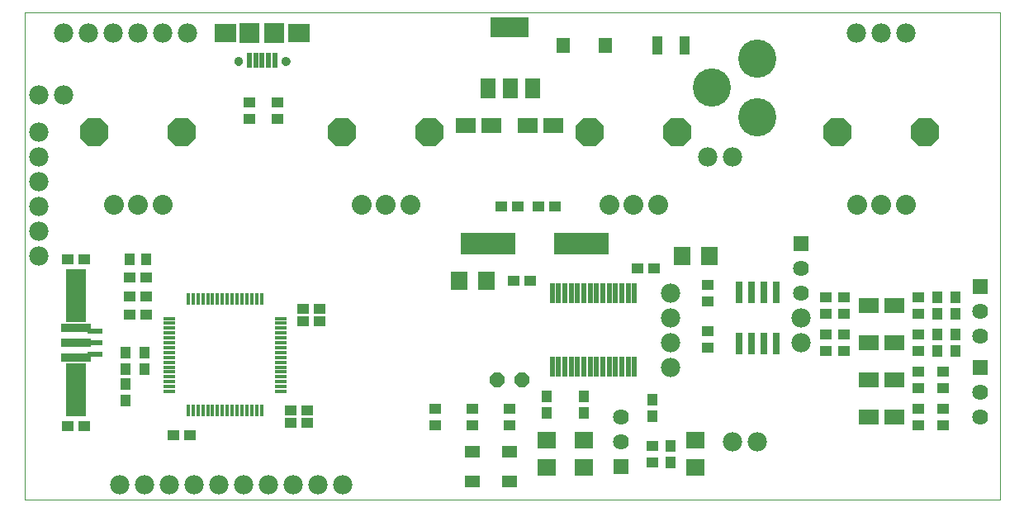
<source format=gts>
G75*
G70*
%OFA0B0*%
%FSLAX24Y24*%
%IPPOS*%
%LPD*%
%AMOC8*
5,1,8,0,0,1.08239X$1,22.5*
%
%ADD10C,0.0010*%
%ADD11R,0.0512X0.0158*%
%ADD12R,0.0158X0.0512*%
%ADD13C,0.0800*%
%ADD14OC8,0.1147*%
%ADD15C,0.0780*%
%ADD16R,0.0434X0.0749*%
%ADD17R,0.0540X0.0619*%
%ADD18R,0.0434X0.0473*%
%ADD19R,0.0473X0.0434*%
%ADD20R,0.0630X0.0830*%
%ADD21R,0.1540X0.0830*%
%ADD22R,0.0827X0.0631*%
%ADD23R,0.1221X0.0355*%
%ADD24R,0.0800X0.2140*%
%ADD25R,0.0631X0.0197*%
%ADD26R,0.0190X0.0790*%
%ADD27R,0.2240X0.0880*%
%ADD28R,0.0640X0.0640*%
%ADD29C,0.0640*%
%ADD30R,0.0670X0.0749*%
%ADD31R,0.0749X0.0670*%
%ADD32R,0.0276X0.0906*%
%ADD33C,0.1540*%
%ADD34R,0.0591X0.0512*%
%ADD35OC8,0.0600*%
%ADD36R,0.0197X0.0591*%
%ADD37R,0.0827X0.0788*%
%ADD38C,0.0000*%
%ADD39C,0.0591*%
%ADD40C,0.0355*%
%ADD41R,0.0906X0.0748*%
D10*
X002650Y000376D02*
X002650Y020061D01*
X042020Y020061D01*
X042020Y000376D01*
X002650Y000376D01*
D11*
X008491Y004742D03*
X008491Y004939D03*
X008491Y005136D03*
X008491Y005333D03*
X008491Y005530D03*
X008491Y005727D03*
X008491Y005923D03*
X008491Y006120D03*
X008491Y006317D03*
X008491Y006514D03*
X008491Y006711D03*
X008491Y006908D03*
X008491Y007104D03*
X008491Y007301D03*
X008491Y007498D03*
X008491Y007695D03*
X012979Y007695D03*
X012979Y007498D03*
X012979Y007301D03*
X012979Y007104D03*
X012979Y006908D03*
X012979Y006711D03*
X012979Y006514D03*
X012979Y006317D03*
X012979Y006120D03*
X012979Y005923D03*
X012979Y005727D03*
X012979Y005530D03*
X012979Y005333D03*
X012979Y005136D03*
X012979Y004939D03*
X012979Y004742D03*
D12*
X012211Y003975D03*
X012014Y003975D03*
X011818Y003975D03*
X011621Y003975D03*
X011424Y003975D03*
X011227Y003975D03*
X011030Y003975D03*
X010833Y003975D03*
X010636Y003975D03*
X010440Y003975D03*
X010243Y003975D03*
X010046Y003975D03*
X009849Y003975D03*
X009652Y003975D03*
X009455Y003975D03*
X009258Y003975D03*
X009258Y008463D03*
X009455Y008463D03*
X009652Y008463D03*
X009849Y008463D03*
X010046Y008463D03*
X010243Y008463D03*
X010440Y008463D03*
X010636Y008463D03*
X010833Y008463D03*
X011030Y008463D03*
X011227Y008463D03*
X011424Y008463D03*
X011621Y008463D03*
X011818Y008463D03*
X012014Y008463D03*
X012211Y008463D03*
D13*
X008219Y012266D03*
X007235Y012266D03*
X006251Y012266D03*
X016251Y012266D03*
X017235Y012266D03*
X018219Y012266D03*
X026251Y012266D03*
X027235Y012266D03*
X028219Y012266D03*
X036251Y012266D03*
X037235Y012266D03*
X038219Y012266D03*
D14*
X039007Y015219D03*
X035463Y015219D03*
X029007Y015219D03*
X025463Y015219D03*
X019007Y015219D03*
X015463Y015219D03*
X009007Y015219D03*
X005463Y015219D03*
D15*
X003235Y015219D03*
X003235Y014219D03*
X003235Y013219D03*
X003235Y012219D03*
X003235Y011219D03*
X003235Y010219D03*
X003235Y016719D03*
X004235Y016719D03*
X004235Y019219D03*
X005235Y019219D03*
X006235Y019219D03*
X007235Y019219D03*
X008235Y019219D03*
X009235Y019219D03*
X028735Y008719D03*
X028735Y007719D03*
X028735Y006719D03*
X028735Y005719D03*
X033985Y006719D03*
X033985Y007719D03*
X032235Y002719D03*
X031235Y002719D03*
X015485Y000969D03*
X014485Y000969D03*
X013485Y000969D03*
X012485Y000969D03*
X011485Y000969D03*
X010485Y000969D03*
X009485Y000969D03*
X008485Y000969D03*
X007485Y000969D03*
X006485Y000969D03*
X030235Y014219D03*
X031235Y014219D03*
X036235Y019219D03*
X037235Y019219D03*
X038235Y019219D03*
D16*
X029286Y018719D03*
X028184Y018719D03*
D17*
X026081Y018719D03*
X024388Y018719D03*
D18*
X007569Y010094D03*
X006900Y010094D03*
X006735Y006303D03*
X007485Y006303D03*
X007485Y005634D03*
X006735Y005634D03*
X006735Y005053D03*
X006735Y004384D03*
X023735Y004553D03*
X023735Y003884D03*
X025235Y003884D03*
X025235Y004553D03*
X027985Y004428D03*
X027985Y003759D03*
X028735Y002553D03*
X028735Y001884D03*
X039485Y006384D03*
X040235Y006384D03*
X040235Y007053D03*
X039485Y007053D03*
X039485Y007884D03*
X040235Y007884D03*
X040235Y008553D03*
X039485Y008553D03*
D19*
X038735Y008553D03*
X038735Y007884D03*
X038735Y007053D03*
X038735Y006384D03*
X038735Y005553D03*
X039735Y005553D03*
X039735Y004884D03*
X038735Y004884D03*
X038735Y004053D03*
X039735Y004053D03*
X039735Y003384D03*
X038735Y003384D03*
X035735Y006384D03*
X034985Y006384D03*
X034985Y007053D03*
X035735Y007053D03*
X035735Y007884D03*
X034985Y007884D03*
X034985Y008553D03*
X035735Y008553D03*
X030235Y008384D03*
X030235Y009053D03*
X028069Y009719D03*
X027400Y009719D03*
X023069Y009219D03*
X022400Y009219D03*
X022569Y012219D03*
X021900Y012219D03*
X023400Y012219D03*
X024069Y012219D03*
X014569Y008094D03*
X013900Y008094D03*
X013900Y007594D03*
X014569Y007594D03*
X014069Y003969D03*
X013400Y003969D03*
X013400Y003469D03*
X014069Y003469D03*
X009319Y002969D03*
X008650Y002969D03*
X005069Y003344D03*
X004400Y003344D03*
X006900Y007844D03*
X007569Y007844D03*
X007569Y008594D03*
X006900Y008594D03*
X006900Y009344D03*
X007569Y009344D03*
X005069Y010094D03*
X004400Y010094D03*
X011735Y015759D03*
X011735Y016428D03*
X012860Y016428D03*
X012860Y015759D03*
X030235Y007178D03*
X030235Y006509D03*
X027985Y002553D03*
X027985Y001884D03*
X022235Y003384D03*
X022235Y004053D03*
X020735Y004053D03*
X020735Y003384D03*
X019235Y003384D03*
X019235Y004053D03*
D20*
X021345Y016979D03*
X022245Y016979D03*
X023145Y016979D03*
D21*
X022235Y019459D03*
D22*
X022973Y015469D03*
X023997Y015469D03*
X021497Y015469D03*
X020473Y015469D03*
X036723Y008219D03*
X037747Y008219D03*
X037747Y006719D03*
X036723Y006719D03*
X036723Y005219D03*
X037747Y005219D03*
X037747Y003719D03*
X036723Y003719D03*
D23*
X004735Y006128D03*
X004735Y006719D03*
X004735Y007309D03*
D24*
X004735Y008619D03*
X004735Y004819D03*
D25*
X005485Y006246D03*
X005485Y006719D03*
X005485Y007191D03*
D26*
X023944Y005741D03*
X024199Y005741D03*
X024455Y005741D03*
X024711Y005741D03*
X024967Y005741D03*
X025223Y005741D03*
X025479Y005741D03*
X025735Y005741D03*
X025991Y005741D03*
X026247Y005741D03*
X026503Y005741D03*
X026758Y005741D03*
X027014Y005741D03*
X027270Y005741D03*
X027270Y008696D03*
X027014Y008696D03*
X026758Y008696D03*
X026503Y008696D03*
X026247Y008696D03*
X025991Y008696D03*
X025735Y008696D03*
X025479Y008696D03*
X025223Y008696D03*
X024967Y008696D03*
X024711Y008696D03*
X024455Y008696D03*
X024199Y008696D03*
X023944Y008696D03*
D27*
X025114Y010719D03*
X021355Y010719D03*
D28*
X033985Y010719D03*
X041235Y008969D03*
X041235Y005719D03*
X026735Y001719D03*
D29*
X026735Y002719D03*
X026735Y003719D03*
X033985Y008719D03*
X033985Y009719D03*
X041235Y007969D03*
X041235Y006969D03*
X041235Y004719D03*
X041235Y003719D03*
D30*
X030286Y010219D03*
X029184Y010219D03*
X021286Y009219D03*
X020184Y009219D03*
D31*
X023735Y002770D03*
X025235Y002770D03*
X025235Y001667D03*
X023735Y001667D03*
X029735Y001667D03*
X029735Y002770D03*
D32*
X031485Y006695D03*
X031985Y006695D03*
X032485Y006695D03*
X032985Y006695D03*
X032985Y008742D03*
X032485Y008742D03*
X031985Y008742D03*
X031485Y008742D03*
D33*
X032235Y015825D03*
X030384Y017006D03*
X032235Y018187D03*
D34*
X022235Y002309D03*
X020735Y002309D03*
X020735Y001128D03*
X022235Y001128D03*
D35*
X022735Y005219D03*
X021735Y005219D03*
D36*
X012747Y018097D03*
X012491Y018097D03*
X012235Y018097D03*
X011979Y018097D03*
X011723Y018097D03*
D37*
X011743Y019219D03*
X012727Y019219D03*
D38*
X013376Y019219D02*
X013378Y019252D01*
X013384Y019284D01*
X013393Y019315D01*
X013406Y019345D01*
X013423Y019373D01*
X013443Y019399D01*
X013466Y019423D01*
X013491Y019443D01*
X013519Y019461D01*
X013548Y019475D01*
X013579Y019485D01*
X013611Y019492D01*
X013644Y019495D01*
X013677Y019494D01*
X013709Y019489D01*
X013740Y019480D01*
X013771Y019468D01*
X013799Y019452D01*
X013826Y019433D01*
X013850Y019411D01*
X013871Y019386D01*
X013890Y019359D01*
X013905Y019330D01*
X013916Y019300D01*
X013924Y019268D01*
X013928Y019235D01*
X013928Y019203D01*
X013924Y019170D01*
X013916Y019138D01*
X013905Y019108D01*
X013890Y019079D01*
X013871Y019052D01*
X013850Y019027D01*
X013826Y019005D01*
X013799Y018986D01*
X013771Y018970D01*
X013740Y018958D01*
X013709Y018949D01*
X013677Y018944D01*
X013644Y018943D01*
X013611Y018946D01*
X013579Y018953D01*
X013548Y018963D01*
X013519Y018977D01*
X013491Y018995D01*
X013466Y019015D01*
X013443Y019039D01*
X013423Y019065D01*
X013406Y019093D01*
X013393Y019123D01*
X013384Y019154D01*
X013378Y019186D01*
X013376Y019219D01*
X013033Y018077D02*
X013035Y018102D01*
X013041Y018126D01*
X013050Y018148D01*
X013063Y018169D01*
X013079Y018188D01*
X013098Y018204D01*
X013119Y018217D01*
X013141Y018226D01*
X013165Y018232D01*
X013190Y018234D01*
X013215Y018232D01*
X013239Y018226D01*
X013261Y018217D01*
X013282Y018204D01*
X013301Y018188D01*
X013317Y018169D01*
X013330Y018148D01*
X013339Y018126D01*
X013345Y018102D01*
X013347Y018077D01*
X013345Y018052D01*
X013339Y018028D01*
X013330Y018006D01*
X013317Y017985D01*
X013301Y017966D01*
X013282Y017950D01*
X013261Y017937D01*
X013239Y017928D01*
X013215Y017922D01*
X013190Y017920D01*
X013165Y017922D01*
X013141Y017928D01*
X013119Y017937D01*
X013098Y017950D01*
X013079Y017966D01*
X013063Y017985D01*
X013050Y018006D01*
X013041Y018028D01*
X013035Y018052D01*
X013033Y018077D01*
X011123Y018077D02*
X011125Y018102D01*
X011131Y018126D01*
X011140Y018148D01*
X011153Y018169D01*
X011169Y018188D01*
X011188Y018204D01*
X011209Y018217D01*
X011231Y018226D01*
X011255Y018232D01*
X011280Y018234D01*
X011305Y018232D01*
X011329Y018226D01*
X011351Y018217D01*
X011372Y018204D01*
X011391Y018188D01*
X011407Y018169D01*
X011420Y018148D01*
X011429Y018126D01*
X011435Y018102D01*
X011437Y018077D01*
X011435Y018052D01*
X011429Y018028D01*
X011420Y018006D01*
X011407Y017985D01*
X011391Y017966D01*
X011372Y017950D01*
X011351Y017937D01*
X011329Y017928D01*
X011305Y017922D01*
X011280Y017920D01*
X011255Y017922D01*
X011231Y017928D01*
X011209Y017937D01*
X011188Y017950D01*
X011169Y017966D01*
X011153Y017985D01*
X011140Y018006D01*
X011131Y018028D01*
X011125Y018052D01*
X011123Y018077D01*
X010542Y019219D02*
X010544Y019252D01*
X010550Y019284D01*
X010559Y019315D01*
X010572Y019345D01*
X010589Y019373D01*
X010609Y019399D01*
X010632Y019423D01*
X010657Y019443D01*
X010685Y019461D01*
X010714Y019475D01*
X010745Y019485D01*
X010777Y019492D01*
X010810Y019495D01*
X010843Y019494D01*
X010875Y019489D01*
X010906Y019480D01*
X010937Y019468D01*
X010965Y019452D01*
X010992Y019433D01*
X011016Y019411D01*
X011037Y019386D01*
X011056Y019359D01*
X011071Y019330D01*
X011082Y019300D01*
X011090Y019268D01*
X011094Y019235D01*
X011094Y019203D01*
X011090Y019170D01*
X011082Y019138D01*
X011071Y019108D01*
X011056Y019079D01*
X011037Y019052D01*
X011016Y019027D01*
X010992Y019005D01*
X010965Y018986D01*
X010937Y018970D01*
X010906Y018958D01*
X010875Y018949D01*
X010843Y018944D01*
X010810Y018943D01*
X010777Y018946D01*
X010745Y018953D01*
X010714Y018963D01*
X010685Y018977D01*
X010657Y018995D01*
X010632Y019015D01*
X010609Y019039D01*
X010589Y019065D01*
X010572Y019093D01*
X010559Y019123D01*
X010550Y019154D01*
X010544Y019186D01*
X010542Y019219D01*
D39*
X010818Y019219D03*
X013652Y019219D03*
D40*
X013190Y018077D03*
X011280Y018077D03*
D41*
X010758Y019219D03*
X013711Y019219D03*
M02*

</source>
